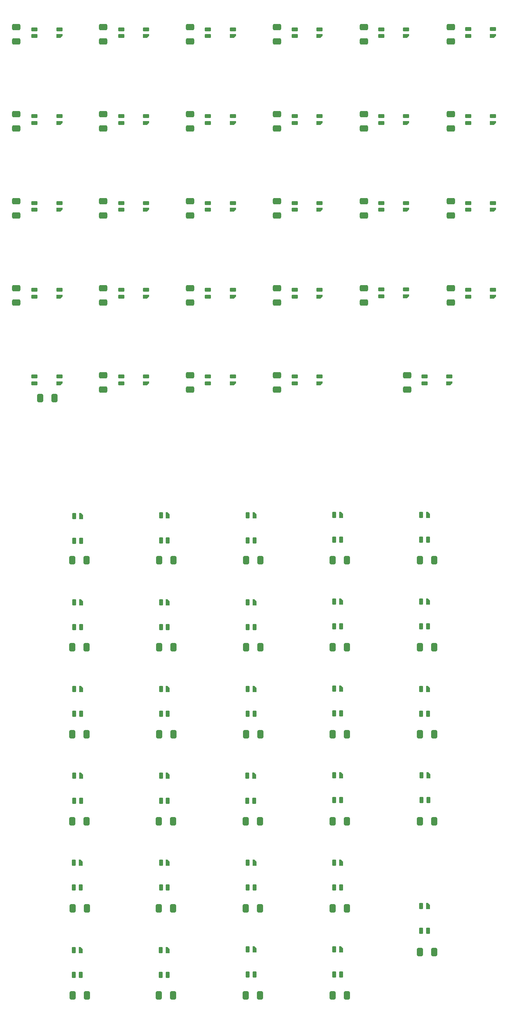
<source format=gbp>
G04 #@! TF.GenerationSoftware,KiCad,Pcbnew,(6.0.10)*
G04 #@! TF.CreationDate,2023-02-21T21:24:37+01:00*
G04 #@! TF.ProjectId,kicad,6b696361-642e-46b6-9963-61645f706362,rev?*
G04 #@! TF.SameCoordinates,Original*
G04 #@! TF.FileFunction,Paste,Bot*
G04 #@! TF.FilePolarity,Positive*
%FSLAX46Y46*%
G04 Gerber Fmt 4.6, Leading zero omitted, Abs format (unit mm)*
G04 Created by KiCad (PCBNEW (6.0.10)) date 2023-02-21 21:24:37*
%MOMM*%
%LPD*%
G01*
G04 APERTURE LIST*
G04 Aperture macros list*
%AMRoundRect*
0 Rectangle with rounded corners*
0 $1 Rounding radius*
0 $2 $3 $4 $5 $6 $7 $8 $9 X,Y pos of 4 corners*
0 Add a 4 corners polygon primitive as box body*
4,1,4,$2,$3,$4,$5,$6,$7,$8,$9,$2,$3,0*
0 Add four circle primitives for the rounded corners*
1,1,$1+$1,$2,$3*
1,1,$1+$1,$4,$5*
1,1,$1+$1,$6,$7*
1,1,$1+$1,$8,$9*
0 Add four rect primitives between the rounded corners*
20,1,$1+$1,$2,$3,$4,$5,0*
20,1,$1+$1,$4,$5,$6,$7,0*
20,1,$1+$1,$6,$7,$8,$9,0*
20,1,$1+$1,$8,$9,$2,$3,0*%
%AMFreePoly0*
4,1,18,-0.410000,0.593000,-0.403758,0.624380,-0.385983,0.650983,-0.359380,0.668758,-0.328000,0.675000,0.328000,0.675000,0.359380,0.668758,0.385983,0.650983,0.403758,0.624380,0.410000,0.593000,0.410000,-0.593000,0.403758,-0.624380,0.385983,-0.650983,0.359380,-0.668758,0.328000,-0.675000,0.000000,-0.675000,-0.410000,-0.265000,-0.410000,0.593000,-0.410000,0.593000,$1*%
G04 Aperture macros list end*
%ADD10RoundRect,0.082000X0.593000X-0.328000X0.593000X0.328000X-0.593000X0.328000X-0.593000X-0.328000X0*%
%ADD11FreePoly0,90.000000*%
%ADD12RoundRect,0.082000X0.328000X0.593000X-0.328000X0.593000X-0.328000X-0.593000X0.328000X-0.593000X0*%
%ADD13FreePoly0,180.000000*%
%ADD14RoundRect,0.250000X0.412500X0.650000X-0.412500X0.650000X-0.412500X-0.650000X0.412500X-0.650000X0*%
%ADD15RoundRect,0.250000X0.650000X-0.412500X0.650000X0.412500X-0.650000X0.412500X-0.650000X-0.412500X0*%
G04 APERTURE END LIST*
D10*
X61895000Y-46330000D03*
X61895000Y-47830000D03*
X67345000Y-46330000D03*
D11*
X67345000Y-47830000D03*
D12*
X51589999Y-177155001D03*
X53089999Y-177155001D03*
X51589999Y-171705001D03*
D13*
X53089999Y-171705001D03*
D14*
X47282500Y-127000000D03*
X44157500Y-127000000D03*
D15*
X115070000Y-49000000D03*
X115070000Y-45875000D03*
D14*
X73274999Y-219690001D03*
X70149999Y-219690001D03*
D12*
X108589999Y-234155001D03*
X110089999Y-234155001D03*
X108589999Y-228705001D03*
D13*
X110089999Y-228705001D03*
D15*
X57920000Y-68012500D03*
X57920000Y-64887500D03*
X38870000Y-106150000D03*
X38870000Y-103025000D03*
X124595000Y-125200000D03*
X124595000Y-122075000D03*
D14*
X130462499Y-219690001D03*
X127337499Y-219690001D03*
D12*
X127589999Y-196155000D03*
X129089999Y-196155000D03*
X127589999Y-190705000D03*
D13*
X129089999Y-190705000D03*
D14*
X92287499Y-257790000D03*
X89162499Y-257790000D03*
D12*
X89589999Y-253155001D03*
X91089999Y-253155001D03*
X89589999Y-247705001D03*
D13*
X91089999Y-247705001D03*
D12*
X127715000Y-215030000D03*
X129215000Y-215030000D03*
X127715000Y-209580000D03*
D13*
X129215000Y-209580000D03*
D15*
X38870000Y-87100000D03*
X38870000Y-83975000D03*
D10*
X137895000Y-84330000D03*
X137895000Y-85830000D03*
X143345000Y-84330000D03*
D11*
X143345000Y-85830000D03*
D12*
X89589999Y-234155001D03*
X91089999Y-234155001D03*
X89589999Y-228705001D03*
D13*
X91089999Y-228705001D03*
D15*
X115070000Y-68050000D03*
X115070000Y-64925000D03*
D10*
X42895000Y-46330000D03*
X42895000Y-47830000D03*
X48345000Y-46330000D03*
D11*
X48345000Y-47830000D03*
D14*
X54337499Y-257790001D03*
X51212499Y-257790001D03*
X130462500Y-248265001D03*
X127337500Y-248265001D03*
X92324999Y-219690000D03*
X89199999Y-219690000D03*
X92324999Y-238740001D03*
X89199999Y-238740001D03*
D15*
X96020000Y-68050000D03*
X96020000Y-64925000D03*
D12*
X51509999Y-234155001D03*
X53009999Y-234155001D03*
X51509999Y-228705001D03*
D13*
X53009999Y-228705001D03*
D14*
X130462500Y-200640000D03*
X127337500Y-200640000D03*
D15*
X134120000Y-87100000D03*
X134120000Y-83975000D03*
X57920000Y-49000000D03*
X57920000Y-45875000D03*
X38870000Y-68012500D03*
X38870000Y-64887500D03*
X57920000Y-106150000D03*
X57920000Y-103025000D03*
X38870000Y-49000000D03*
X38870000Y-45875000D03*
D12*
X108589999Y-177030000D03*
X110089999Y-177030000D03*
X108589999Y-171580000D03*
D13*
X110089999Y-171580000D03*
D14*
X111337499Y-257790000D03*
X108212499Y-257790000D03*
D10*
X80895000Y-103330000D03*
X80895000Y-104830000D03*
X86345000Y-103330000D03*
D11*
X86345000Y-104830000D03*
D10*
X61895000Y-103330000D03*
X61895000Y-104830000D03*
X67345000Y-103330000D03*
D11*
X67345000Y-104830000D03*
D10*
X80895000Y-84330000D03*
X80895000Y-85830000D03*
X86345000Y-84330000D03*
D11*
X86345000Y-85830000D03*
D12*
X89510000Y-215155000D03*
X91010000Y-215155000D03*
X89510000Y-209705000D03*
D13*
X91010000Y-209705000D03*
D10*
X61895000Y-84330000D03*
X61895000Y-85830000D03*
X67345000Y-84330000D03*
D11*
X67345000Y-85830000D03*
D12*
X70544999Y-253280001D03*
X72044999Y-253280001D03*
X70544999Y-247830001D03*
D13*
X72044999Y-247830001D03*
D14*
X130462500Y-181590001D03*
X127337500Y-181590001D03*
D15*
X115070000Y-106150000D03*
X115070000Y-103025000D03*
D14*
X111337499Y-238740000D03*
X108212499Y-238740000D03*
D12*
X108589999Y-196030001D03*
X110089999Y-196030001D03*
X108589999Y-190580001D03*
D13*
X110089999Y-190580001D03*
D12*
X108589999Y-253155001D03*
X110089999Y-253155001D03*
X108589999Y-247705001D03*
D13*
X110089999Y-247705001D03*
D15*
X115070000Y-87100000D03*
X115070000Y-83975000D03*
D12*
X70589999Y-234155001D03*
X72089999Y-234155001D03*
X70589999Y-228705001D03*
D13*
X72089999Y-228705001D03*
D10*
X80895000Y-65330000D03*
X80895000Y-66830000D03*
X86345000Y-65330000D03*
D11*
X86345000Y-66830000D03*
D12*
X127589999Y-158030000D03*
X129089999Y-158030000D03*
X127589999Y-152580000D03*
D13*
X129089999Y-152580000D03*
D10*
X99895000Y-65330000D03*
X99895000Y-66830000D03*
X105345000Y-65330000D03*
D11*
X105345000Y-66830000D03*
D12*
X108589999Y-215030001D03*
X110089999Y-215030001D03*
X108589999Y-209580001D03*
D13*
X110089999Y-209580001D03*
D10*
X42895000Y-65330000D03*
X42895000Y-66830000D03*
X48345000Y-65330000D03*
D11*
X48345000Y-66830000D03*
D14*
X111374999Y-162540001D03*
X108249999Y-162540001D03*
D10*
X118895000Y-65330000D03*
X118895000Y-66830000D03*
X124345000Y-65330000D03*
D11*
X124345000Y-66830000D03*
D14*
X54300000Y-181590001D03*
X51175000Y-181590001D03*
D10*
X137895000Y-103330000D03*
X137895000Y-104830000D03*
X143345000Y-103330000D03*
D11*
X143345000Y-104830000D03*
D15*
X76970000Y-49000000D03*
X76970000Y-45875000D03*
X134120000Y-49000000D03*
X134120000Y-45875000D03*
D12*
X89590000Y-177155001D03*
X91090000Y-177155001D03*
X89590000Y-171705001D03*
D13*
X91090000Y-171705001D03*
D12*
X70589999Y-158155000D03*
X72089999Y-158155000D03*
X70589999Y-152705000D03*
D13*
X72089999Y-152705000D03*
D10*
X99895000Y-122330000D03*
X99895000Y-123830000D03*
X105345000Y-122330000D03*
D11*
X105345000Y-123830000D03*
D10*
X137895000Y-46250000D03*
X137895000Y-47750000D03*
X143345000Y-46250000D03*
D11*
X143345000Y-47750000D03*
D15*
X96020000Y-106150000D03*
X96020000Y-103025000D03*
D10*
X128370000Y-122330000D03*
X128370000Y-123830000D03*
X133820000Y-122330000D03*
D11*
X133820000Y-123830000D03*
D10*
X42895000Y-103330000D03*
X42895000Y-104830000D03*
X48345000Y-103330000D03*
D11*
X48345000Y-104830000D03*
D12*
X51590000Y-158280001D03*
X53090000Y-158280001D03*
X51590000Y-152830001D03*
D13*
X53090000Y-152830001D03*
D10*
X80895000Y-46330000D03*
X80895000Y-47830000D03*
X86345000Y-46330000D03*
D11*
X86345000Y-47830000D03*
D15*
X57920000Y-87100000D03*
X57920000Y-83975000D03*
X57920000Y-125200000D03*
X57920000Y-122075000D03*
D14*
X111374999Y-200640000D03*
X108249999Y-200640000D03*
D15*
X96020000Y-87100000D03*
X96020000Y-83975000D03*
X134120000Y-106150000D03*
X134120000Y-103025000D03*
D14*
X73312500Y-200640001D03*
X70187500Y-200640001D03*
D10*
X80895000Y-122330000D03*
X80895000Y-123830000D03*
X86345000Y-122330000D03*
D11*
X86345000Y-123830000D03*
D15*
X76970000Y-125200000D03*
X76970000Y-122075000D03*
D12*
X51509999Y-253280000D03*
X53009999Y-253280000D03*
X51509999Y-247830000D03*
D13*
X53009999Y-247830000D03*
D14*
X92362499Y-200640001D03*
X89237499Y-200640001D03*
D10*
X99895000Y-46330000D03*
X99895000Y-47830000D03*
X105345000Y-46330000D03*
D11*
X105345000Y-47830000D03*
D15*
X134120000Y-68050000D03*
X134120000Y-64925000D03*
D14*
X130462500Y-162540001D03*
X127337500Y-162540001D03*
X111374999Y-181590001D03*
X108249999Y-181590001D03*
D12*
X89590000Y-196155001D03*
X91090000Y-196155001D03*
X89590000Y-190705001D03*
D13*
X91090000Y-190705001D03*
D10*
X118895000Y-103250000D03*
X118895000Y-104750000D03*
X124345000Y-103250000D03*
D11*
X124345000Y-104750000D03*
D15*
X96020000Y-125200000D03*
X96020000Y-122075000D03*
D10*
X99895000Y-103330000D03*
X99895000Y-104830000D03*
X105345000Y-103330000D03*
D11*
X105345000Y-104830000D03*
D12*
X70589999Y-196155001D03*
X72089999Y-196155001D03*
X70589999Y-190705001D03*
D13*
X72089999Y-190705001D03*
D12*
X127589999Y-177030000D03*
X129089999Y-177030000D03*
X127589999Y-171580000D03*
D13*
X129089999Y-171580000D03*
D14*
X73312499Y-181590001D03*
X70187499Y-181590001D03*
D15*
X76970000Y-87100000D03*
X76970000Y-83975000D03*
D14*
X73312499Y-162540001D03*
X70187499Y-162540001D03*
D10*
X42895000Y-84330000D03*
X42895000Y-85830000D03*
X48345000Y-84330000D03*
D11*
X48345000Y-85830000D03*
D12*
X89590000Y-158155000D03*
X91090000Y-158155000D03*
X89590000Y-152705000D03*
D13*
X91090000Y-152705000D03*
D12*
X70589999Y-215155001D03*
X72089999Y-215155001D03*
X70589999Y-209705001D03*
D13*
X72089999Y-209705001D03*
D14*
X92362499Y-162540000D03*
X89237499Y-162540000D03*
X73274999Y-238740000D03*
X70149999Y-238740000D03*
D12*
X127589999Y-243630001D03*
X129089999Y-243630001D03*
X127589999Y-238180001D03*
D13*
X129089999Y-238180001D03*
D15*
X76970000Y-68012500D03*
X76970000Y-64887500D03*
D10*
X42895000Y-122330000D03*
X42895000Y-123830000D03*
X48345000Y-122330000D03*
D11*
X48345000Y-123830000D03*
D10*
X99895000Y-84330000D03*
X99895000Y-85830000D03*
X105345000Y-84330000D03*
D11*
X105345000Y-85830000D03*
D14*
X92362499Y-181590001D03*
X89237499Y-181590001D03*
D10*
X118895000Y-84330000D03*
X118895000Y-85830000D03*
X124345000Y-84330000D03*
D11*
X124345000Y-85830000D03*
D12*
X51589999Y-215155001D03*
X53089999Y-215155001D03*
X51589999Y-209705001D03*
D13*
X53089999Y-209705001D03*
D14*
X54299999Y-200640001D03*
X51174999Y-200640001D03*
X73275000Y-257790001D03*
X70150000Y-257790001D03*
D15*
X76970000Y-106150000D03*
X76970000Y-103025000D03*
D14*
X54300000Y-162540001D03*
X51175000Y-162540001D03*
X111375000Y-219690001D03*
X108250000Y-219690001D03*
D10*
X61895000Y-65330000D03*
X61895000Y-66830000D03*
X67345000Y-65330000D03*
D11*
X67345000Y-66830000D03*
D12*
X51589999Y-196155001D03*
X53089999Y-196155001D03*
X51589999Y-190705001D03*
D13*
X53089999Y-190705001D03*
D10*
X61895000Y-122330000D03*
X61895000Y-123830000D03*
X67345000Y-122330000D03*
D11*
X67345000Y-123830000D03*
D15*
X96020000Y-49000000D03*
X96020000Y-45875000D03*
D10*
X118895000Y-46330000D03*
X118895000Y-47830000D03*
X124345000Y-46330000D03*
D11*
X124345000Y-47830000D03*
D12*
X70589999Y-177155001D03*
X72089999Y-177155001D03*
X70589999Y-171705001D03*
D13*
X72089999Y-171705001D03*
D12*
X108590000Y-158030001D03*
X110090000Y-158030001D03*
X108590000Y-152580001D03*
D13*
X110090000Y-152580001D03*
D14*
X54337500Y-238740000D03*
X51212500Y-238740000D03*
D10*
X137895000Y-65330000D03*
X137895000Y-66830000D03*
X143345000Y-65330000D03*
D11*
X143345000Y-66830000D03*
D14*
X54299999Y-219690001D03*
X51174999Y-219690001D03*
M02*

</source>
